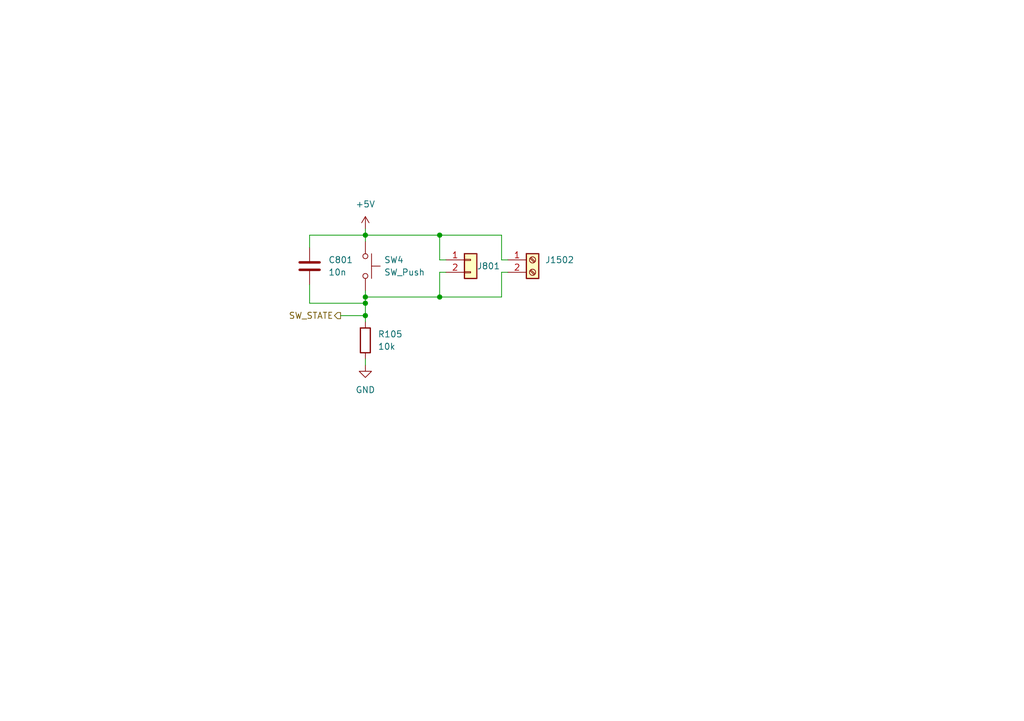
<source format=kicad_sch>
(kicad_sch (version 20230121) (generator eeschema)
  (paper "A5")
  (lib_symbols
    (symbol "Connector:Screw_Terminal_01x02" (pin_names (offset 1.016) hide)
      (property "Reference" "J" (at 0 2.54 0))
      (property "Value" "Screw_Terminal_01x02" (at 0 -5.08 0))
      (symbol "Screw_Terminal_01x02_1_1"
        (rectangle (start -1.27 1.27) (end 1.27 -3.81) (stroke (width 0.254)) (fill (type background)))
        (circle (center 0 -2.54) (radius 0.635) (stroke (width 0.1524)))
        (polyline (pts (xy -0.5334 -2.2098) (xy 0.3302 -3.048)) (stroke (width 0.1524)))
        (polyline (pts (xy -0.5334 0.3302) (xy 0.3302 -0.508)) (stroke (width 0.1524)))
        (polyline (pts (xy -0.3556 -2.032) (xy 0.508 -2.8702)) (stroke (width 0.1524)))
        (polyline (pts (xy -0.3556 0.508) (xy 0.508 -0.3302)) (stroke (width 0.1524)))
        (circle (center 0 0) (radius 0.635) (stroke (width 0.1524)))
        (pin passive line (at -5.08 0 0) (length 3.81) (name "Pin_1") (number "1"))
        (pin passive line (at -5.08 -2.54 0) (length 3.81) (name "Pin_2") (number "2"))
      )
    )
    (symbol "Connector_Generic:Conn_01x02" (pin_names (offset 1.016) hide)
      (property "Reference" "J" (at 0 2.54 0))
      (property "Value" "Conn_01x02" (at 0 -5.08 0))
      (symbol "Conn_01x02_1_1"
        (rectangle (start -1.27 -2.413) (end 0 -2.667) (stroke (width 0.1524)))
        (rectangle (start -1.27 0.127) (end 0 -0.127) (stroke (width 0.1524)))
        (rectangle (start -1.27 1.27) (end 1.27 -3.81) (stroke (width 0.254)) (fill (type background)))
        (pin passive line (at -5.08 0 0) (length 3.81) (name "Pin_1") (number "1"))
        (pin passive line (at -5.08 -2.54 0) (length 3.81) (name "Pin_2") (number "2"))
      )
    )
    (symbol "Device:C" (pin_numbers hide) (pin_names (offset 0.254))
      (property "Reference" "C" (at 0.635 2.54 0))
      (property "Value" "C" (at 0.635 -2.54 0))
      (symbol "C_0_1"
        (polyline (pts (xy -2.032 -0.762) (xy 2.032 -0.762)) (stroke (width 0.508)))
        (polyline (pts (xy -2.032 0.762) (xy 2.032 0.762)) (stroke (width 0.508)))
      )
      (symbol "C_1_1"
        (pin passive line (at 0 3.81 270) (length 2.794) (name "~") (number "1"))
        (pin passive line (at 0 -3.81 90) (length 2.794) (name "~") (number "2"))
      )
    )
    (symbol "Device:R" (pin_numbers hide) (pin_names (offset 0))
      (property "Reference" "R" (at 2.032 0 90))
      (property "Value" "R" (at 0 0 90))
      (symbol "R_0_1"
        (rectangle (start -1.016 -2.54) (end 1.016 2.54) (stroke (width 0.254)))
      )
      (symbol "R_1_1"
        (pin passive line (at 0 3.81 270) (length 1.27) (name "~") (number "1"))
        (pin passive line (at 0 -3.81 90) (length 1.27) (name "~") (number "2"))
      )
    )
    (symbol "Switch:SW_Push" (pin_numbers hide) (pin_names (offset 1.016) hide)
      (property "Reference" "SW" (at 1.27 2.54 0))
      (property "Value" "SW_Push" (at 0 -1.524 0))
      (symbol "SW_Push_0_1"
        (circle (center -2.032 0) (radius 0.508))
        (polyline (pts (xy 0 1.27) (xy 0 3.048)))
        (polyline (pts (xy 2.54 1.27) (xy -2.54 1.27)))
        (circle (center 2.032 0) (radius 0.508))
        (pin passive line (at -5.08 0 0) (length 2.54) (name "1") (number "1"))
        (pin passive line (at 5.08 0 180) (length 2.54) (name "2") (number "2"))
      )
    )
    (symbol "power:+5V" (power) (pin_names (offset 0))
      (property "Value" "+5V" (at 0 3.556 0))
      (symbol "+5V_0_1"
        (polyline (pts (xy -0.762 1.27) (xy 0 2.54)))
        (polyline (pts (xy 0 0) (xy 0 2.54)))
        (polyline (pts (xy 0 2.54) (xy 0.762 1.27)))
      )
      (symbol "+5V_1_1"
        (pin power_in line (at 0 0 90) (length 0) hide (name "+5V") (number "1"))
      )
    )
    (symbol "power:GND" (power) (pin_names (offset 0))
      (property "Value" "GND" (at 0 -3.81 0))
      (symbol "GND_0_1"
        (polyline (pts (xy 0 0) (xy 0 -1.27) (xy 1.27 -1.27) (xy 0 -2.54) (xy -1.27 -1.27) (xy 0 -1.27)))
      )
      (symbol "GND_1_1"
        (pin power_in line (at 0 0 270) (length 0) hide (name "GND") (number "1"))
      )
    )
  )
  (junction (at 74.93 62.23))
  (junction (at 74.93 48.26))
  (junction (at 90.17 60.96))
  (junction (at 74.93 64.77))
  (junction (at 74.93 60.96))
  (junction (at 90.17 48.26))
  (wire (pts (xy 90.17 53.34) (xy 90.17 48.26)))
  (wire (pts (xy 74.93 62.23) (xy 74.93 60.96)))
  (wire (pts (xy 102.87 48.26) (xy 90.17 48.26)))
  (wire (pts (xy 74.93 60.96) (xy 90.17 60.96)))
  (wire (pts (xy 102.87 55.88) (xy 104.14 55.88)))
  (wire (pts (xy 63.5 62.23) (xy 74.93 62.23)))
  (wire (pts (xy 63.5 48.26) (xy 74.93 48.26)))
  (wire (pts (xy 74.93 64.77) (xy 74.93 66.04)))
  (wire (pts (xy 102.87 53.34) (xy 104.14 53.34)))
  (wire (pts (xy 102.87 60.96) (xy 90.17 60.96)))
  (wire (pts (xy 90.17 55.88) (xy 90.17 60.96)))
  (wire (pts (xy 102.87 53.34) (xy 102.87 48.26)))
  (wire (pts (xy 69.85 64.77) (xy 74.93 64.77)))
  (wire (pts (xy 90.17 55.88) (xy 91.44 55.88)))
  (wire (pts (xy 63.5 58.42) (xy 63.5 62.23)))
  (wire (pts (xy 74.93 62.23) (xy 74.93 64.77)))
  (wire (pts (xy 90.17 53.34) (xy 91.44 53.34)))
  (wire (pts (xy 74.93 46.99) (xy 74.93 48.26)))
  (wire (pts (xy 63.5 50.8) (xy 63.5 48.26)))
  (wire (pts (xy 74.93 48.26) (xy 74.93 49.53)))
  (wire (pts (xy 74.93 73.66) (xy 74.93 74.93)))
  (wire (pts (xy 102.87 55.88) (xy 102.87 60.96)))
  (wire (pts (xy 74.93 59.69) (xy 74.93 60.96)))
  (wire (pts (xy 74.93 48.26) (xy 90.17 48.26)))
  (hierarchical_label "SW_STATE" (shape output) (at 69.85 64.77 180))
  (symbol (lib_id "Device:C") (at 63.5 54.61 0) (mirror y) (unit 1)
    (property "Reference" "C801" (at 67.31 53.34 0) (effects (justify right)))
    (property "Value" "10n" (at 67.31 55.88 0) (effects (justify right)))
    (property "Footprint" "Capacitor_SMD:C_1206_3216Metric_Pad1.33x1.80mm_HandSolder" (effects hide))
    (instances (project "claw_machine" (path "" (reference "C801") (unit 1)) (path "" (reference "C901") (unit 1)) (path "" (reference "C1001") (unit 1)) (path "" (reference "C1101") (unit 1)) (path "" (reference "C1201") (unit 1)) (path "" (reference "C1301") (unit 1)) (path "" (reference "C1401") (unit 1)) (path "" (reference "C1501") (unit 1))))
  )
  (symbol (lib_id "power:+5V") (at 74.93 46.99 0) (unit 1)
    (property "Reference" "#PWR010" (effects hide))
    (property "Value" "+5V" (at 74.93 41.91 0))
    (instances (project "claw_machine" (path "" (reference "#PWR010") (unit 1)) (path "" (reference "#PWR0801") (unit 1)) (path "" (reference "#PWR0901") (unit 1)) (path "" (reference "#PWR01001") (unit 1)) (path "" (reference "#PWR01101") (unit 1)) (path "" (reference "#PWR01201") (unit 1)) (path "" (reference "#PWR01301") (unit 1)) (path "" (reference "#PWR01401") (unit 1)) (path "" (reference "#PWR01501") (unit 1))) (project "ClawMachine" (path "" (reference "#PWR017") (unit 1)) (path "" (reference "#PWR013") (unit 1)) (path "" (reference "#PWR015") (unit 1)) (path "" (reference "#PWR011") (unit 1)) (path "" (reference "#PWR09") (unit 1))))
  )
  (symbol (lib_id "Switch:SW_Push") (at 74.93 54.61 270) (unit 1)
    (property "Reference" "SW4" (at 78.74 53.34 90) (effects (justify left)))
    (property "Value" "SW_Push" (at 78.74 55.88 90) (effects (justify left)))
    (property "Footprint" "Button_Switch_THT:SW_PUSH_6mm" (effects hide))
    (instances (project "claw_machine" (path "" (reference "SW4") (unit 1)) (path "" (reference "SW801") (unit 1)) (path "" (reference "SW901") (unit 1)) (path "" (reference "SW1001") (unit 1)) (path "" (reference "SW1101") (unit 1)) (path "" (reference "SW1201") (unit 1)) (path "" (reference "SW1301") (unit 1)) (path "" (reference "SW1401") (unit 1)) (path "" (reference "SW1501") (unit 1))) (project "ClawMachine" (path "" (reference "SW25") (unit 1)) (path "" (reference "SW30") (unit 1)) (path "" (reference "SW31") (unit 1)) (path "" (reference "SW29") (unit 1)) (path "" (reference "SW28") (unit 1)) (path "" (reference "SW32") (unit 1))))
  )
  (symbol (lib_id "Connector:Screw_Terminal_01x02") (at 109.22 53.34 0) (unit 1)
    (property "Reference" "J1502" (at 111.76 53.34 0) (effects (justify left)))
    (property "Value" "Screw_Terminal_01x02" (effects hide))
    (property "Footprint" "TerminalBlock:TerminalBlock_bornier-2_P5.08mm" (effects hide))
    (instances (project "claw_machine" (path "" (reference "J1502") (unit 1)) (path "" (reference "J802") (unit 1)) (path "" (reference "J902") (unit 1)) (path "" (reference "J1002") (unit 1)) (path "" (reference "J1102") (unit 1)) (path "" (reference "J1202") (unit 1)) (path "" (reference "J1302") (unit 1)) (path "" (reference "J1402") (unit 1))) (project "ClawMachine" (path "" (reference "J52") (unit 1)) (path "" (reference "J28") (unit 1)) (path "" (reference "J30") (unit 1)) (path "" (reference "J37") (unit 1)) (path "" (reference "J32") (unit 1)) (path "" (reference "J44") (unit 1)) (path "" (reference "J46") (unit 1)) (path "" (reference "J50") (unit 1)) (path "" (reference "J48") (unit 1)) (path "" (reference "J54") (unit 1)) (path "" (reference "J10") (unit 1))))
  )
  (symbol (lib_id "power:GND") (at 74.93 74.93 0) (unit 1)
    (property "Reference" "#PWR011" (effects hide))
    (property "Value" "GND" (at 74.93 80.01 0))
    (instances (project "claw_machine" (path "" (reference "#PWR011") (unit 1)) (path "" (reference "#PWR0802") (unit 1)) (path "" (reference "#PWR0902") (unit 1)) (path "" (reference "#PWR01002") (unit 1)) (path "" (reference "#PWR01102") (unit 1)) (path "" (reference "#PWR01202") (unit 1)) (path "" (reference "#PWR01302") (unit 1)) (path "" (reference "#PWR01402") (unit 1)) (path "" (reference "#PWR01502") (unit 1))) (project "ClawMachine" (path "" (reference "#PWR018") (unit 1)) (path "" (reference "#PWR014") (unit 1)) (path "" (reference "#PWR016") (unit 1)) (path "" (reference "#PWR012") (unit 1)) (path "" (reference "#PWR010") (unit 1))))
  )
  (symbol (lib_id "Connector_Generic:Conn_01x02") (at 96.52 53.34 0) (unit 1)
    (property "Reference" "J801" (at 97.79 54.61 0) (effects (justify left)))
    (property "Value" "Conn_01x02" (effects hide))
    (property "Footprint" "Connector_PinHeader_2.54mm:PinHeader_1x02_P2.54mm_Vertical" (effects hide))
    (instances (project "claw_machine" (path "" (reference "J801") (unit 1)) (path "" (reference "J901") (unit 1)) (path "" (reference "J1001") (unit 1)) (path "" (reference "J1101") (unit 1)) (path "" (reference "J1201") (unit 1)) (path "" (reference "J1301") (unit 1)) (path "" (reference "J1401") (unit 1)) (path "" (reference "J1501") (unit 1))))
  )
  (symbol (lib_id "Device:R") (at 74.93 69.85 0) (unit 1)
    (property "Reference" "R105" (at 77.47 68.58 0) (effects (justify left)))
    (property "Value" "10k" (at 77.47 71.12 0) (effects (justify left)))
    (property "Footprint" "Resistor_SMD:R_1206_3216Metric_Pad1.30x1.75mm_HandSolder" (effects hide))
    (instances (project "claw_machine" (path "" (reference "R105") (unit 1)) (path "" (reference "R801") (unit 1)) (path "" (reference "R901") (unit 1)) (path "" (reference "R1001") (unit 1)) (path "" (reference "R1101") (unit 1)) (path "" (reference "R1201") (unit 1)) (path "" (reference "R1301") (unit 1)) (path "" (reference "R1401") (unit 1)) (path "" (reference "R1501") (unit 1))))
  )
)
</source>
